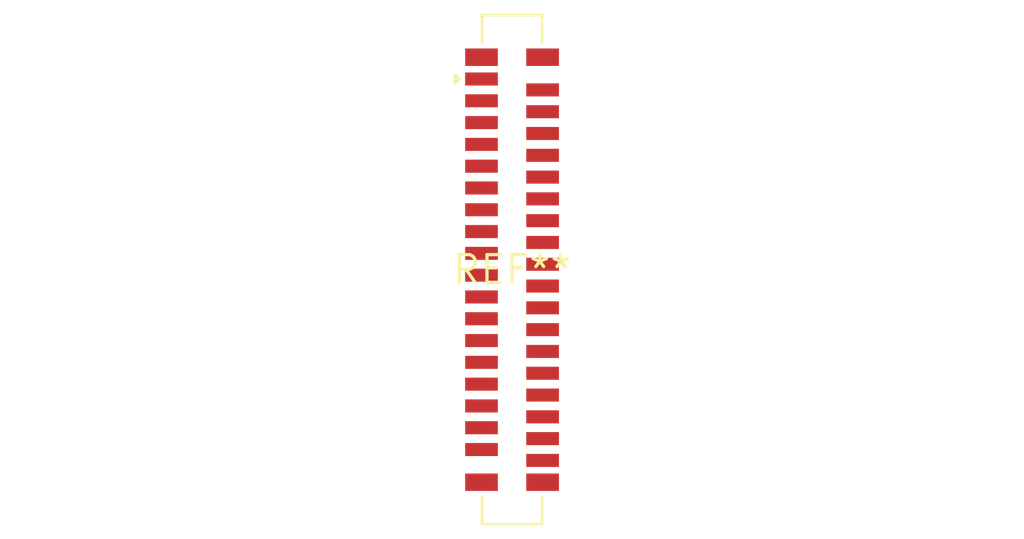
<source format=kicad_pcb>
(kicad_pcb (version 20240108) (generator pcbnew)
  (layers (0 "F.Cu" signal) (31 "B.Cu" signal) (34 "B.Paste" user) (35 "F.Paste" user) (36 "B.SilkS" user "B.Silkscreen") (37 "F.SilkS" user "F.Silkscreen") (38 "B.Mask" user) (39 "F.Mask" user) (44 "Edge.Cuts" user))
  (net 0 "")
  (footprint "Molex_52559-3652_2x18-1MP_P0.5mm_Vertical" (layer "F.Cu") (at 0 0)
    (property "Reference" "REF**")
    (property "Value" "Molex_52559-3652_2x18-1MP_P0.5mm_Vertical")
    (fp_line (start -2.61 -8.55) (end -2.61 -8.95) (layer "F.SilkS") (stroke (width 0.12)))
    (fp_line (start -2.41 -8.75) (end -2.61 -8.95) (layer "F.SilkS") (stroke (width 0.12)))
    (fp_line (start -2.41 -8.75) (end -2.61 -8.55) (layer "F.SilkS") (stroke (width 0.12)))
    (fp_line (start -1.38 -11.68) (end -1.38 -10.41) (layer "F.SilkS") (stroke (width 0.12)))
    (fp_line (start -1.38 11.68) (end -1.38 10.41) (layer "F.SilkS") (stroke (width 0.12)))
    (fp_line (start 1.38 -11.68) (end -1.38 -11.68) (layer "F.SilkS") (stroke (width 0.12)))
    (fp_line (start 1.38 -10.41) (end 1.38 -11.68) (layer "F.SilkS") (stroke (width 0.12)))
    (fp_line (start 1.38 11.68) (end -1.38 11.68) (layer "F.SilkS") (stroke (width 0.12)))
    (fp_line (start 1.38 11.68) (end 1.38 10.41) (layer "F.SilkS") (stroke (width 0.12)))
    (pad "1" smd rect (at -1.4 -8.75 270) (size 0.6 1.5) (layers "F.Cu" "F.Paste" "F.Mask"))
    (pad "2" smd rect (at 1.4 -8.25 270) (size 0.6 1.5) (layers "F.Cu" "F.Paste" "F.Mask"))
    (pad "3" smd rect (at -1.4 -7.75 270) (size 0.6 1.5) (layers "F.Cu" "F.Paste" "F.Mask"))
    (pad "4" smd rect (at 1.4 -7.25 270) (size 0.6 1.5) (layers "F.Cu" "F.Paste" "F.Mask"))
    (pad "5" smd rect (at -1.4 -6.75 270) (size 0.6 1.5) (layers "F.Cu" "F.Paste" "F.Mask"))
    (pad "6" smd rect (at 1.4 -6.25 270) (size 0.6 1.5) (layers "F.Cu" "F.Paste" "F.Mask"))
    (pad "7" smd rect (at -1.4 -5.75 270) (size 0.6 1.5) (layers "F.Cu" "F.Paste" "F.Mask"))
    (pad "8" smd rect (at 1.4 -5.25 270) (size 0.6 1.5) (layers "F.Cu" "F.Paste" "F.Mask"))
    (pad "9" smd rect (at -1.4 -4.75 270) (size 0.6 1.5) (layers "F.Cu" "F.Paste" "F.Mask"))
    (pad "10" smd rect (at 1.4 -4.25 270) (size 0.6 1.5) (layers "F.Cu" "F.Paste" "F.Mask"))
    (pad "11" smd rect (at -1.4 -3.75 270) (size 0.6 1.5) (layers "F.Cu" "F.Paste" "F.Mask"))
    (pad "12" smd rect (at 1.4 -3.25 270) (size 0.6 1.5) (layers "F.Cu" "F.Paste" "F.Mask"))
    (pad "13" smd rect (at -1.4 -2.75 270) (size 0.6 1.5) (layers "F.Cu" "F.Paste" "F.Mask"))
    (pad "14" smd rect (at 1.4 -2.25 270) (size 0.6 1.5) (layers "F.Cu" "F.Paste" "F.Mask"))
    (pad "15" smd rect (at -1.4 -1.75 270) (size 0.6 1.5) (layers "F.Cu" "F.Paste" "F.Mask"))
    (pad "16" smd rect (at 1.4 -1.25 270) (size 0.6 1.5) (layers "F.Cu" "F.Paste" "F.Mask"))
    (pad "17" smd rect (at -1.4 -0.75 270) (size 0.6 1.5) (layers "F.Cu" "F.Paste" "F.Mask"))
    (pad "18" smd rect (at 1.4 -0.25 270) (size 0.6 1.5) (layers "F.Cu" "F.Paste" "F.Mask"))
    (pad "19" smd rect (at -1.4 0.25 270) (size 0.6 1.5) (layers "F.Cu" "F.Paste" "F.Mask"))
    (pad "20" smd rect (at 1.4 0.75 270) (size 0.6 1.5) (layers "F.Cu" "F.Paste" "F.Mask"))
    (pad "21" smd rect (at -1.4 1.25 270) (size 0.6 1.5) (layers "F.Cu" "F.Paste" "F.Mask"))
    (pad "22" smd rect (at 1.4 1.75 270) (size 0.6 1.5) (layers "F.Cu" "F.Paste" "F.Mask"))
    (pad "23" smd rect (at -1.4 2.25 270) (size 0.6 1.5) (layers "F.Cu" "F.Paste" "F.Mask"))
    (pad "24" smd rect (at 1.4 2.75 270) (size 0.6 1.5) (layers "F.Cu" "F.Paste" "F.Mask"))
    (pad "25" smd rect (at -1.4 3.25 270) (size 0.6 1.5) (layers "F.Cu" "F.Paste" "F.Mask"))
    (pad "26" smd rect (at 1.4 3.75 270) (size 0.6 1.5) (layers "F.Cu" "F.Paste" "F.Mask"))
    (pad "27" smd rect (at -1.4 4.25 270) (size 0.6 1.5) (layers "F.Cu" "F.Paste" "F.Mask"))
    (pad "28" smd rect (at 1.4 4.75 270) (size 0.6 1.5) (layers "F.Cu" "F.Paste" "F.Mask"))
    (pad "29" smd rect (at -1.4 5.25 270) (size 0.6 1.5) (layers "F.Cu" "F.Paste" "F.Mask"))
    (pad "30" smd rect (at 1.4 5.75 270) (size 0.6 1.5) (layers "F.Cu" "F.Paste" "F.Mask"))
    (pad "31" smd rect (at -1.4 6.25 270) (size 0.6 1.5) (layers "F.Cu" "F.Paste" "F.Mask"))
    (pad "32" smd rect (at 1.4 6.75 270) (size 0.6 1.5) (layers "F.Cu" "F.Paste" "F.Mask"))
    (pad "33" smd rect (at -1.4 7.25 270) (size 0.6 1.5) (layers "F.Cu" "F.Paste" "F.Mask"))
    (pad "34" smd rect (at 1.4 7.75 270) (size 0.6 1.5) (layers "F.Cu" "F.Paste" "F.Mask"))
    (pad "35" smd rect (at -1.4 8.25 270) (size 0.6 1.5) (layers "F.Cu" "F.Paste" "F.Mask"))
    (pad "36" smd rect (at 1.4 8.75 270) (size 0.6 1.5) (layers "F.Cu" "F.Paste" "F.Mask"))
    (pad "MP" smd rect (at -1.4 -9.75 270) (size 0.8 1.5) (layers "F.Cu" "F.Paste" "F.Mask"))
    (pad "MP" smd rect (at -1.4 9.75 270) (size 0.8 1.5) (layers "F.Cu" "F.Paste" "F.Mask"))
    (pad "MP" smd rect (at 1.4 -9.75 270) (size 0.8 1.5) (layers "F.Cu" "F.Paste" "F.Mask"))
    (pad "MP" smd rect (at 1.4 9.75 270) (size 0.8 1.5) (layers "F.Cu" "F.Paste" "F.Mask"))
  )
)
</source>
